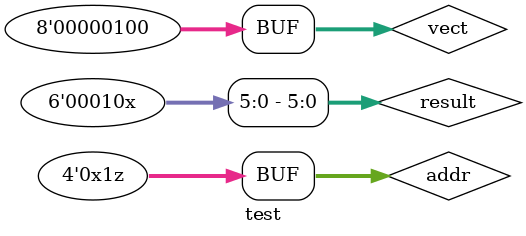
<source format=v>
/*
 * Copyright 2018 ISP RAS (http://www.ispras.ru)
 *
 * Licensed under the Apache License, Version 2.0 (the "License");
 * you may not use this file except in compliance with the License.
 * You may obtain a copy of the License at
 *
 *     http://www.apache.org/licenses/LICENSE-2.0
 *
 * Unless required by applicable law or agreed to in writing, software
 * distributed under the License is distributed on an "AS IS" BASIS,
 * WITHOUT WARRANTIES OR CONDITIONS OF ANY KIND, either express or implied.
 * See the License for the specific language governing permissions and
 * limitations under the License.
 */

// IEEE Std 1364-2005
//   5. Expressions
//    5.2 Operands
//      5.2.1 Vector bit-select and part-select addressing
//        Example 2 - The next example and the bullet items that follow it illustrate the
//        principles of bit addressing. The code declares an 8-bit reg called vect and
//        initializes it to a value of 4. The list describes how the separate bits of that vector
//        can be addressed.
module test;
  reg [7:0] vect;

  reg [3:0] addr;
  reg [7:0] result;

  initial begin
    vect = 4; // fills vect with the pattern 00000100
              // msb is bit 7, lsb is bit 0

    // If the value of addr is 2, then vect[addr] returns 1.
    addr = 2;
    result[0] = vect[addr];

    // If the value of addr is out of bounds, then vect[addr] returns x.
    addr = 123;
    result[0] = vect[addr];

    // If addr is 0, 1, or 3 through 7, vect[addr] returns 0.
    addr = 0;
    result[0] = vect[addr];

    // vect[3:0] returns the bits 0100.
    result[3:0] = vect[3:0];

    // vect[5:1] returns the bits 00010.
    result[5:1] = vect[5:1];

    // vect[expression that returns x] returns x.
    addr = 4'hX;
    result[0] = vect[addr];

    // vect[expression that returns z] returns x.
    addr = 4'hZ;
    result[0] = vect[addr];

    // If any bit of addr is x or z, then the value of addr is x.
    addr = 4'b0x1z;
    result[0] = vect[addr];
  end
endmodule

</source>
